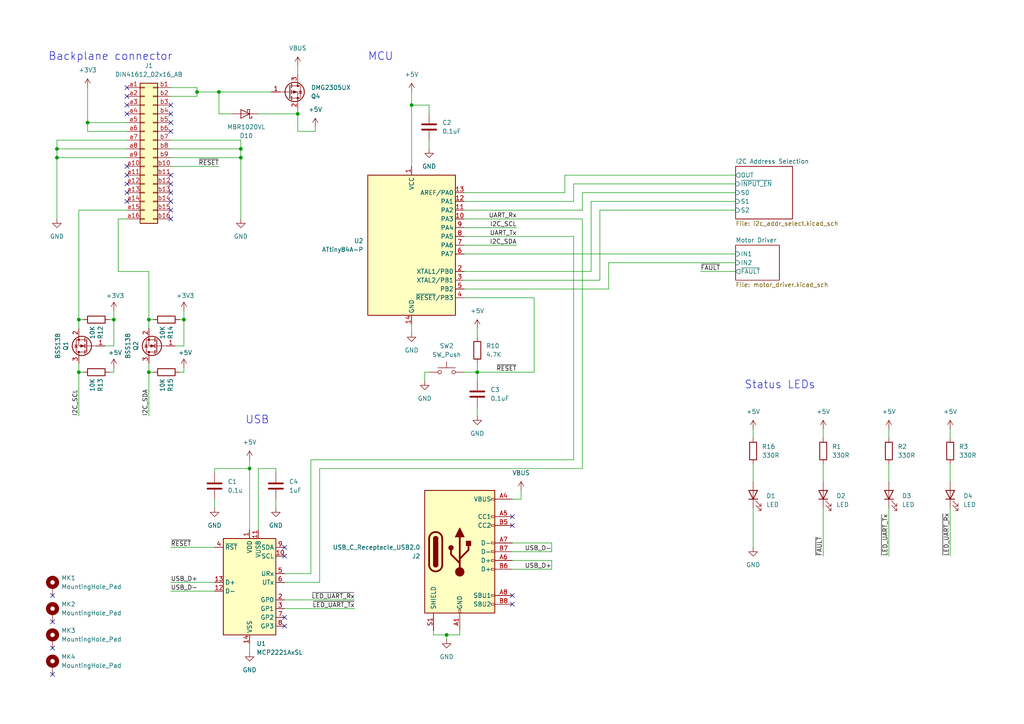
<source format=kicad_sch>
(kicad_sch (version 20211123) (generator eeschema)
  (paper "A4")
  (title_block (title "Speed controller") (date "2022-11-26") (rev "0.3") (company "Sidings Media") (comment 1 "Licence: CERN-OHL-P-2.0 or any later version"))
  (lib_symbols
    (symbol "Connector:DIN41612_02x16_AB" (pin_names (offset 1.016) hide)
      (property "Reference" "J" (at 1.27 20.32 0))
      (property "Value" "DIN41612_02x16_AB" (at 1.27 -22.86 0))
      (symbol "DIN41612_02x16_AB_1_1"
        (rectangle (start -1.27 -20.193) (end 0 -20.447) (stroke (width 0.1524)))
        (rectangle (start -1.27 -17.653) (end 0 -17.907) (stroke (width 0.1524)))
        (rectangle (start -1.27 -15.113) (end 0 -15.367) (stroke (width 0.1524)))
        (rectangle (start -1.27 -12.573) (end 0 -12.827) (stroke (width 0.1524)))
        (rectangle (start -1.27 -10.033) (end 0 -10.287) (stroke (width 0.1524)))
        (rectangle (start -1.27 -7.493) (end 0 -7.747) (stroke (width 0.1524)))
        (rectangle (start -1.27 -4.953) (end 0 -5.207) (stroke (width 0.1524)))
        (rectangle (start -1.27 -2.413) (end 0 -2.667) (stroke (width 0.1524)))
        (rectangle (start -1.27 0.127) (end 0 -0.127) (stroke (width 0.1524)))
        (rectangle (start -1.27 2.667) (end 0 2.413) (stroke (width 0.1524)))
        (rectangle (start -1.27 5.207) (end 0 4.953) (stroke (width 0.1524)))
        (rectangle (start -1.27 7.747) (end 0 7.493) (stroke (width 0.1524)))
        (rectangle (start -1.27 10.287) (end 0 10.033) (stroke (width 0.1524)))
        (rectangle (start -1.27 12.827) (end 0 12.573) (stroke (width 0.1524)))
        (rectangle (start -1.27 15.367) (end 0 15.113) (stroke (width 0.1524)))
        (rectangle (start -1.27 17.907) (end 0 17.653) (stroke (width 0.1524)))
        (rectangle (start -1.27 19.05) (end 3.81 -21.59) (stroke (width 0.254)) (fill (type background)))
        (rectangle (start 3.81 -20.193) (end 2.54 -20.447) (stroke (width 0.1524)))
        (rectangle (start 3.81 -17.653) (end 2.54 -17.907) (stroke (width 0.1524)))
        (rectangle (start 3.81 -15.113) (end 2.54 -15.367) (stroke (width 0.1524)))
        (rectangle (start 3.81 -12.573) (end 2.54 -12.827) (stroke (width 0.1524)))
        (rectangle (start 3.81 -10.033) (end 2.54 -10.287) (stroke (width 0.1524)))
        (rectangle (start 3.81 -7.493) (end 2.54 -7.747) (stroke (width 0.1524)))
        (rectangle (start 3.81 -4.953) (end 2.54 -5.207) (stroke (width 0.1524)))
        (rectangle (start 3.81 -2.413) (end 2.54 -2.667) (stroke (width 0.1524)))
        (rectangle (start 3.81 0.127) (end 2.54 -0.127) (stroke (width 0.1524)))
        (rectangle (start 3.81 2.667) (end 2.54 2.413) (stroke (width 0.1524)))
        (rectangle (start 3.81 5.207) (end 2.54 4.953) (stroke (width 0.1524)))
        (rectangle (start 3.81 7.747) (end 2.54 7.493) (stroke (width 0.1524)))
        (rectangle (start 3.81 10.287) (end 2.54 10.033) (stroke (width 0.1524)))
        (rectangle (start 3.81 12.827) (end 2.54 12.573) (stroke (width 0.1524)))
        (rectangle (start 3.81 15.367) (end 2.54 15.113) (stroke (width 0.1524)))
        (rectangle (start 3.81 17.907) (end 2.54 17.653) (stroke (width 0.1524)))
        (pin passive line (at -5.08 17.78 0) (length 3.81) (name "Pin_a1") (number "a1"))
        (pin passive line (at -5.08 -5.08 0) (length 3.81) (name "Pin_a10") (number "a10"))
        (pin passive line (at -5.08 -7.62 0) (length 3.81) (name "Pin_a11") (number "a11"))
        (pin passive line (at -5.08 -10.16 0) (length 3.81) (name "Pin_a12") (number "a12"))
        (pin passive line (at -5.08 -12.7 0) (length 3.81) (name "Pin_a13") (number "a13"))
        (pin passive line (at -5.08 -15.24 0) (length 3.81) (name "Pin_a14") (number "a14"))
        (pin passive line (at -5.08 -17.78 0) (length 3.81) (name "Pin_a15") (number "a15"))
        (pin passive line (at -5.08 -20.32 0) (length 3.81) (name "Pin_a16") (number "a16"))
        (pin passive line (at -5.08 15.24 0) (length 3.81) (name "Pin_a2") (number "a2"))
        (pin passive line (at -5.08 12.7 0) (length 3.81) (name "Pin_a3") (number "a3"))
        (pin passive line (at -5.08 10.16 0) (length 3.81) (name "Pin_a4") (number "a4"))
        (pin passive line (at -5.08 7.62 0) (length 3.81) (name "Pin_a5") (number "a5"))
        (pin passive line (at -5.08 5.08 0) (length 3.81) (name "Pin_a6") (number "a6"))
        (pin passive line (at -5.08 2.54 0) (length 3.81) (name "Pin_a7") (number "a7"))
        (pin passive line (at -5.08 0 0) (length 3.81) (name "Pin_a8") (number "a8"))
        (pin passive line (at -5.08 -2.54 0) (length 3.81) (name "Pin_a9") (number "a9"))
        (pin passive line (at 7.62 17.78 180) (length 3.81) (name "Pin_b1") (number "b1"))
        (pin passive line (at 7.62 -5.08 180) (length 3.81) (name "Pin_b10") (number "b10"))
        (pin passive line (at 7.62 -7.62 180) (length 3.81) (name "Pin_b11") (number "b11"))
        (pin passive line (at 7.62 -10.16 180) (length 3.81) (name "Pin_b12") (number "b12"))
        (pin passive line (at 7.62 -12.7 180) (length 3.81) (name "Pin_b13") (number "b13"))
        (pin passive line (at 7.62 -15.24 180) (length 3.81) (name "Pin_b14") (number "b14"))
        (pin passive line (at 7.62 -17.78 180) (length 3.81) (name "Pin_b15") (number "b15"))
        (pin passive line (at 7.62 -20.32 180) (length 3.81) (name "Pin_b16") (number "b16"))
        (pin passive line (at 7.62 15.24 180) (length 3.81) (name "Pin_b2") (number "b2"))
        (pin passive line (at 7.62 12.7 180) (length 3.81) (name "Pin_b3") (number "b3"))
        (pin passive line (at 7.62 10.16 180) (length 3.81) (name "Pin_b4") (number "b4"))
        (pin passive line (at 7.62 7.62 180) (length 3.81) (name "Pin_b5") (number "b5"))
        (pin passive line (at 7.62 5.08 180) (length 3.81) (name "Pin_b6") (number "b6"))
        (pin passive line (at 7.62 2.54 180) (length 3.81) (name "Pin_b7") (number "b7"))
        (pin passive line (at 7.62 0 180) (length 3.81) (name "Pin_b8") (number "b8"))
        (pin passive line (at 7.62 -2.54 180) (length 3.81) (name "Pin_b9") (number "b9"))
      )
    )
    (symbol "Connector:USB_C_Receptacle_USB2.0" (pin_names (offset 1.016))
      (property "Reference" "J" (at -10.16 19.05 0))
      (property "Value" "USB_C_Receptacle_USB2.0" (at 19.05 19.05 0))
      (symbol "USB_C_Receptacle_USB2.0_0_0"
        (rectangle (start -0.254 -17.78) (end 0.254 -16.764))
        (rectangle (start 10.16 -14.986) (end 9.144 -15.494))
        (rectangle (start 10.16 -12.446) (end 9.144 -12.954))
        (rectangle (start 10.16 -4.826) (end 9.144 -5.334))
        (rectangle (start 10.16 -2.286) (end 9.144 -2.794))
        (rectangle (start 10.16 0.254) (end 9.144 -0.254))
        (rectangle (start 10.16 2.794) (end 9.144 2.286))
        (rectangle (start 10.16 7.874) (end 9.144 7.366))
        (rectangle (start 10.16 10.414) (end 9.144 9.906))
        (rectangle (start 10.16 15.494) (end 9.144 14.986))
      )
      (symbol "USB_C_Receptacle_USB2.0_0_1"
        (rectangle (start -10.16 17.78) (end 10.16 -17.78) (stroke (width 0.254)) (fill (type background)))
        (arc (start -8.89 -3.81) (mid -6.985 -5.715) (end -5.08 -3.81) (stroke (width 0.508)))
        (arc (start -7.62 -3.81) (mid -6.985 -4.445) (end -6.35 -3.81) (stroke (width 0.254)))
        (arc (start -7.62 -3.81) (mid -6.985 -4.445) (end -6.35 -3.81) (stroke (width 0.254)) (fill (type outline)))
        (rectangle (start -7.62 -3.81) (end -6.35 3.81) (stroke (width 0.254)) (fill (type outline)))
        (arc (start -6.35 3.81) (mid -6.985 4.445) (end -7.62 3.81) (stroke (width 0.254)))
        (arc (start -6.35 3.81) (mid -6.985 4.445) (end -7.62 3.81) (stroke (width 0.254)) (fill (type outline)))
        (arc (start -5.08 3.81) (mid -6.985 5.715) (end -8.89 3.81) (stroke (width 0.508)))
        (circle (center -2.54 1.143) (radius 0.635) (stroke (width 0.254)) (fill (type outline)))
        (circle (center 0 -5.842) (radius 1.27) (fill (type outline)))
        (polyline (pts (xy -8.89 -3.81) (xy -8.89 3.81)) (stroke (width 0.508)))
        (polyline (pts (xy -5.08 3.81) (xy -5.08 -3.81)) (stroke (width 0.508)))
        (polyline (pts (xy 0 -5.842) (xy 0 4.318)) (stroke (width 0.508)))
        (polyline (pts (xy 0 -3.302) (xy -2.54 -0.762) (xy -2.54 0.508)) (stroke (width 0.508)))
        (polyline (pts (xy 0 -2.032) (xy 2.54 0.508) (xy 2.54 1.778)) (stroke (width 0.508)))
        (polyline (pts (xy -1.27 4.318) (xy 0 6.858) (xy 1.27 4.318) (xy -1.27 4.318)) (stroke (width 0.254)) (fill (type outline)))
        (rectangle (start 1.905 1.778) (end 3.175 3.048) (stroke (width 0.254)) (fill (type outline)))
      )
      (symbol "USB_C_Receptacle_USB2.0_1_1"
        (pin passive line (at 0 -22.86 90) (length 5.08) (name "GND") (number "A1"))
        (pin passive line (at 0 -22.86 90) (length 5.08) hide (name "GND") (number "A12"))
        (pin passive line (at 15.24 15.24 180) (length 5.08) (name "VBUS") (number "A4"))
        (pin bidirectional line (at 15.24 10.16 180) (length 5.08) (name "CC1") (number "A5"))
        (pin bidirectional line (at 15.24 -2.54 180) (length 5.08) (name "D+") (number "A6"))
        (pin bidirectional line (at 15.24 2.54 180) (length 5.08) (name "D-") (number "A7"))
        (pin bidirectional line (at 15.24 -12.7 180) (length 5.08) (name "SBU1") (number "A8"))
        (pin passive line (at 15.24 15.24 180) (length 5.08) hide (name "VBUS") (number "A9"))
        (pin passive line (at 0 -22.86 90) (length 5.08) hide (name "GND") (number "B1"))
        (pin passive line (at 0 -22.86 90) (length 5.08) hide (name "GND") (number "B12"))
        (pin passive line (at 15.24 15.24 180) (length 5.08) hide (name "VBUS") (number "B4"))
        (pin bidirectional line (at 15.24 7.62 180) (length 5.08) (name "CC2") (number "B5"))
        (pin bidirectional line (at 15.24 -5.08 180) (length 5.08) (name "D+") (number "B6"))
        (pin bidirectional line (at 15.24 0 180) (length 5.08) (name "D-") (number "B7"))
        (pin bidirectional line (at 15.24 -15.24 180) (length 5.08) (name "SBU2") (number "B8"))
        (pin passive line (at 15.24 15.24 180) (length 5.08) hide (name "VBUS") (number "B9"))
        (pin passive line (at -7.62 -22.86 90) (length 5.08) (name "SHIELD") (number "S1"))
      )
    )
    (symbol "Device:C" (pin_numbers hide) (pin_names (offset 0.254))
      (property "Reference" "C" (at 0.635 2.54 0))
      (property "Value" "C" (at 0.635 -2.54 0))
      (symbol "C_0_1"
        (polyline (pts (xy -2.032 -0.762) (xy 2.032 -0.762)) (stroke (width 0.508)))
        (polyline (pts (xy -2.032 0.762) (xy 2.032 0.762)) (stroke (width 0.508)))
      )
      (symbol "C_1_1"
        (pin passive line (at 0 3.81 270) (length 2.794) (name "~") (number "1"))
        (pin passive line (at 0 -3.81 90) (length 2.794) (name "~") (number "2"))
      )
    )
    (symbol "Device:LED" (pin_numbers hide) (pin_names (offset 1.016) hide)
      (property "Reference" "D" (at 0 2.54 0))
      (property "Value" "LED" (at 0 -2.54 0))
      (symbol "LED_0_1"
        (polyline (pts (xy -1.27 -1.27) (xy -1.27 1.27)) (stroke (width 0.254)))
        (polyline (pts (xy -1.27 0) (xy 1.27 0)))
        (polyline (pts (xy 1.27 -1.27) (xy 1.27 1.27) (xy -1.27 0) (xy 1.27 -1.27)) (stroke (width 0.254)))
        (polyline (pts (xy -3.048 -0.762) (xy -4.572 -2.286) (xy -3.81 -2.286) (xy -4.572 -2.286) (xy -4.572 -1.524)))
        (polyline (pts (xy -1.778 -0.762) (xy -3.302 -2.286) (xy -2.54 -2.286) (xy -3.302 -2.286) (xy -3.302 -1.524)))
      )
      (symbol "LED_1_1"
        (pin passive line (at -3.81 0 0) (length 2.54) (name "K") (number "1"))
        (pin passive line (at 3.81 0 180) (length 2.54) (name "A") (number "2"))
      )
    )
    (symbol "Device:R" (pin_numbers hide) (pin_names (offset 0))
      (property "Reference" "R" (at 2.032 0 90))
      (property "Value" "R" (at 0 0 90))
      (symbol "R_0_1"
        (rectangle (start -1.016 -2.54) (end 1.016 2.54) (stroke (width 0.254)))
      )
      (symbol "R_1_1"
        (pin passive line (at 0 3.81 270) (length 1.27) (name "~") (number "1"))
        (pin passive line (at 0 -3.81 90) (length 1.27) (name "~") (number "2"))
      )
    )
    (symbol "Diode:MBR1020VL" (pin_numbers hide) (pin_names hide)
      (property "Reference" "D" (at 0 2.54 0))
      (property "Value" "MBR1020VL" (at 0 -2.54 0))
      (symbol "MBR1020VL_0_1"
        (polyline (pts (xy 1.27 0) (xy -1.27 0)))
        (polyline (pts (xy 1.27 1.27) (xy 1.27 -1.27) (xy -1.27 0) (xy 1.27 1.27)) (stroke (width 0.2032)))
        (polyline (pts (xy -1.905 0.635) (xy -1.905 1.27) (xy -1.27 1.27) (xy -1.27 -1.27) (xy -0.635 -1.27) (xy -0.635 -0.635)) (stroke (width 0.2032)))
      )
      (symbol "MBR1020VL_1_1"
        (pin passive line (at -3.81 0 0) (length 2.54) (name "K") (number "1"))
        (pin passive line (at 3.81 0 180) (length 2.54) (name "A") (number "2"))
      )
    )
    (symbol "Interface_USB:MCP2221AxSL"
      (property "Reference" "U" (at -7.62 16.51 0))
      (property "Value" "MCP2221AxSL" (at 12.7 16.51 0))
      (symbol "MCP2221AxSL_0_1"
        (rectangle (start -7.62 15.24) (end 7.62 -12.7) (stroke (width 0.254)) (fill (type background)))
      )
      (symbol "MCP2221AxSL_1_1"
        (pin power_in line (at 0 17.78 270) (length 2.54) (name "VDD") (number "1"))
        (pin bidirectional line (at 10.16 10.16 180) (length 2.54) (name "SCL") (number "10"))
        (pin passive line (at 2.54 17.78 270) (length 2.54) (name "VUSB") (number "11"))
        (pin bidirectional line (at -10.16 0 0) (length 2.54) (name "D-") (number "12"))
        (pin bidirectional line (at -10.16 2.54 0) (length 2.54) (name "D+") (number "13"))
        (pin power_in line (at 0 -15.24 90) (length 2.54) (name "VSS") (number "14"))
        (pin bidirectional line (at 10.16 -2.54 180) (length 2.54) (name "GP0") (number "2"))
        (pin bidirectional line (at 10.16 -5.08 180) (length 2.54) (name "GP1") (number "3"))
        (pin input line (at -10.16 12.7 0) (length 2.54) (name "~{RST}") (number "4"))
        (pin input line (at 10.16 5.08 180) (length 2.54) (name "URx") (number "5"))
        (pin output line (at 10.16 2.54 180) (length 2.54) (name "UTx") (number "6"))
        (pin bidirectional line (at 10.16 -7.62 180) (length 2.54) (name "GP2") (number "7"))
        (pin bidirectional line (at 10.16 -10.16 180) (length 2.54) (name "GP3") (number "8"))
        (pin bidirectional line (at 10.16 12.7 180) (length 2.54) (name "SDA") (number "9"))
      )
    )
    (symbol "MCU_Microchip_ATtiny:ATtiny84A-P"
      (property "Reference" "U" (at -12.7 21.59 0))
      (property "Value" "ATtiny84A-P" (at 2.54 -21.59 0))
      (symbol "ATtiny84A-P_0_1"
        (rectangle (start -12.7 -20.32) (end 12.7 20.32) (stroke (width 0.254)) (fill (type background)))
      )
      (symbol "ATtiny84A-P_1_1"
        (pin power_in line (at 0 22.86 270) (length 2.54) (name "VCC") (number "1"))
        (pin bidirectional line (at 15.24 7.62 180) (length 2.54) (name "PA3") (number "10"))
        (pin bidirectional line (at 15.24 10.16 180) (length 2.54) (name "PA2") (number "11"))
        (pin bidirectional line (at 15.24 12.7 180) (length 2.54) (name "PA1") (number "12"))
        (pin bidirectional line (at 15.24 15.24 180) (length 2.54) (name "AREF/PA0") (number "13"))
        (pin power_in line (at 0 -22.86 90) (length 2.54) (name "GND") (number "14"))
        (pin bidirectional line (at 15.24 -7.62 180) (length 2.54) (name "XTAL1/PB0") (number "2"))
        (pin bidirectional line (at 15.24 -10.16 180) (length 2.54) (name "XTAL2/PB1") (number "3"))
        (pin bidirectional line (at 15.24 -15.24 180) (length 2.54) (name "~{RESET}/PB3") (number "4"))
        (pin bidirectional line (at 15.24 -12.7 180) (length 2.54) (name "PB2") (number "5"))
        (pin bidirectional line (at 15.24 -2.54 180) (length 2.54) (name "PA7") (number "6"))
        (pin bidirectional line (at 15.24 0 180) (length 2.54) (name "PA6") (number "7"))
        (pin bidirectional line (at 15.24 2.54 180) (length 2.54) (name "PA5") (number "8"))
        (pin bidirectional line (at 15.24 5.08 180) (length 2.54) (name "PA4") (number "9"))
      )
    )
    (symbol "Mechanical:MountingHole_Pad" (pin_numbers hide) (pin_names (offset 1.016) hide)
      (property "Reference" "H" (at 0 6.35 0))
      (property "Value" "MountingHole_Pad" (at 0 4.445 0))
      (symbol "MountingHole_Pad_0_1"
        (circle (center 0 1.27) (radius 1.27) (stroke (width 1.27)))
      )
      (symbol "MountingHole_Pad_1_1"
        (pin input line (at 0 -2.54 90) (length 2.54) (name "1") (number "1"))
      )
    )
    (symbol "Switch:SW_Push" (pin_numbers hide) (pin_names (offset 1.016) hide)
      (property "Reference" "SW" (at 1.27 2.54 0))
      (property "Value" "SW_Push" (at 0 -1.524 0))
      (symbol "SW_Push_0_1"
        (circle (center -2.032 0) (radius 0.508))
        (polyline (pts (xy 0 1.27) (xy 0 3.048)))
        (polyline (pts (xy 2.54 1.27) (xy -2.54 1.27)))
        (circle (center 2.032 0) (radius 0.508))
        (pin passive line (at -5.08 0 0) (length 2.54) (name "1") (number "1"))
        (pin passive line (at 5.08 0 180) (length 2.54) (name "2") (number "2"))
      )
    )
    (symbol "Transistor_FET:BSS138" (pin_names hide)
      (property "Reference" "Q" (at 5.08 1.905 0))
      (property "Value" "BSS138" (at 5.08 0 0))
      (symbol "BSS138_0_1"
        (polyline (pts (xy 0.254 0) (xy -2.54 0)))
        (polyline (pts (xy 0.254 1.905) (xy 0.254 -1.905)) (stroke (width 0.254)))
        (polyline (pts (xy 0.762 -1.27) (xy 0.762 -2.286)) (stroke (width 0.254)))
        (polyline (pts (xy 0.762 0.508) (xy 0.762 -0.508)) (stroke (width 0.254)))
        (polyline (pts (xy 0.762 2.286) (xy 0.762 1.27)) (stroke (width 0.254)))
        (polyline (pts (xy 2.54 2.54) (xy 2.54 1.778)))
        (polyline (pts (xy 2.54 -2.54) (xy 2.54 0) (xy 0.762 0)))
        (polyline (pts (xy 0.762 -1.778) (xy 3.302 -1.778) (xy 3.302 1.778) (xy 0.762 1.778)))
        (polyline (pts (xy 1.016 0) (xy 2.032 0.381) (xy 2.032 -0.381) (xy 1.016 0)) (fill (type outline)))
        (polyline (pts (xy 2.794 0.508) (xy 2.921 0.381) (xy 3.683 0.381) (xy 3.81 0.254)))
        (polyline (pts (xy 3.302 0.381) (xy 2.921 -0.254) (xy 3.683 -0.254) (xy 3.302 0.381)))
        (circle (center 1.651 0) (radius 2.794) (stroke (width 0.254)))
        (circle (center 2.54 -1.778) (radius 0.254) (fill (type outline)))
        (circle (center 2.54 1.778) (radius 0.254) (fill (type outline)))
      )
      (symbol "BSS138_1_1"
        (pin input line (at -5.08 0 0) (length 2.54) (name "G") (number "1"))
        (pin passive line (at 2.54 -5.08 90) (length 2.54) (name "S") (number "2"))
        (pin passive line (at 2.54 5.08 270) (length 2.54) (name "D") (number "3"))
      )
    )
    (symbol "Transistor_FET:DMG2301L" (pin_names hide)
      (property "Reference" "Q" (at 5.08 1.905 0))
      (property "Value" "DMG2301L" (at 5.08 0 0))
      (symbol "DMG2301L_0_1"
        (polyline (pts (xy 0.254 0) (xy -2.54 0)))
        (polyline (pts (xy 0.254 1.905) (xy 0.254 -1.905)) (stroke (width 0.254)))
        (polyline (pts (xy 0.762 -1.27) (xy 0.762 -2.286)) (stroke (width 0.254)))
        (polyline (pts (xy 0.762 0.508) (xy 0.762 -0.508)) (stroke (width 0.254)))
        (polyline (pts (xy 0.762 2.286) (xy 0.762 1.27)) (stroke (width 0.254)))
        (polyline (pts (xy 2.54 2.54) (xy 2.54 1.778)))
        (polyline (pts (xy 2.54 -2.54) (xy 2.54 0) (xy 0.762 0)))
        (polyline (pts (xy 0.762 1.778) (xy 3.302 1.778) (xy 3.302 -1.778) (xy 0.762 -1.778)))
        (polyline (pts (xy 2.286 0) (xy 1.27 0.381) (xy 1.27 -0.381) (xy 2.286 0)) (fill (type outline)))
        (polyline (pts (xy 2.794 -0.508) (xy 2.921 -0.381) (xy 3.683 -0.381) (xy 3.81 -0.254)))
        (polyline (pts (xy 3.302 -0.381) (xy 2.921 0.254) (xy 3.683 0.254) (xy 3.302 -0.381)))
        (circle (center 1.651 0) (radius 2.794) (stroke (width 0.254)))
        (circle (center 2.54 -1.778) (radius 0.254) (fill (type outline)))
        (circle (center 2.54 1.778) (radius 0.254) (fill (type outline)))
      )
      (symbol "DMG2301L_1_1"
        (pin input line (at -5.08 0 0) (length 2.54) (name "G") (number "1"))
        (pin passive line (at 2.54 -5.08 90) (length 2.54) (name "S") (number "2"))
        (pin passive line (at 2.54 5.08 270) (length 2.54) (name "D") (number "3"))
      )
    )
    (symbol "power:+3V3" (power) (pin_names (offset 0))
      (property "Value" "+3V3" (at 0 3.556 0))
      (symbol "+3V3_0_1"
        (polyline (pts (xy -0.762 1.27) (xy 0 2.54)))
        (polyline (pts (xy 0 0) (xy 0 2.54)))
        (polyline (pts (xy 0 2.54) (xy 0.762 1.27)))
      )
      (symbol "+3V3_1_1"
        (pin power_in line (at 0 0 90) (length 0) hide (name "+3V3") (number "1"))
      )
    )
    (symbol "power:+5V" (power) (pin_names (offset 0))
      (property "Value" "+5V" (at 0 3.556 0))
      (symbol "+5V_0_1"
        (polyline (pts (xy -0.762 1.27) (xy 0 2.54)))
        (polyline (pts (xy 0 0) (xy 0 2.54)))
        (polyline (pts (xy 0 2.54) (xy 0.762 1.27)))
      )
      (symbol "+5V_1_1"
        (pin power_in line (at 0 0 90) (length 0) hide (name "+5V") (number "1"))
      )
    )
    (symbol "power:GND" (power) (pin_names (offset 0))
      (property "Value" "GND" (at 0 -3.81 0))
      (symbol "GND_0_1"
        (polyline (pts (xy 0 0) (xy 0 -1.27) (xy 1.27 -1.27) (xy 0 -2.54) (xy -1.27 -1.27) (xy 0 -1.27)))
      )
      (symbol "GND_1_1"
        (pin power_in line (at 0 0 270) (length 0) hide (name "GND") (number "1"))
      )
    )
    (symbol "power:VBUS" (power) (pin_names (offset 0))
      (property "Value" "VBUS" (at 0 3.81 0))
      (symbol "VBUS_0_1"
        (polyline (pts (xy -0.762 1.27) (xy 0 2.54)))
        (polyline (pts (xy 0 0) (xy 0 2.54)))
        (polyline (pts (xy 0 2.54) (xy 0.762 1.27)))
      )
      (symbol "VBUS_1_1"
        (pin power_in line (at 0 0 90) (length 0) hide (name "VBUS") (number "1"))
      )
    )
  )
  (junction (at 86.36 33.02))
  (junction (at 53.34 92.71))
  (junction (at 138.43 107.95))
  (junction (at 129.54 184.15))
  (junction (at 16.51 43.18))
  (junction (at 57.15 26.67))
  (junction (at 69.85 45.72))
  (junction (at 22.86 107.95))
  (junction (at 43.18 92.71))
  (junction (at 43.18 107.95))
  (junction (at 33.02 92.71))
  (junction (at 63.5 26.67))
  (junction (at 119.38 30.48))
  (junction (at 69.85 43.18))
  (junction (at 25.4 35.56))
  (junction (at 22.86 92.71))
  (junction (at 16.51 45.72))
  (junction (at 72.39 135.89))
  (no_connect (at 36.83 27.94))
  (no_connect (at 36.83 30.48))
  (no_connect (at 36.83 33.02))
  (no_connect (at 49.53 53.34))
  (no_connect (at 49.53 55.88))
  (no_connect (at 49.53 58.42))
  (no_connect (at 49.53 60.96))
  (no_connect (at 49.53 63.5))
  (no_connect (at 49.53 50.8))
  (no_connect (at 36.83 58.42))
  (no_connect (at 36.83 55.88))
  (no_connect (at 36.83 53.34))
  (no_connect (at 36.83 50.8))
  (no_connect (at 36.83 48.26))
  (no_connect (at 148.59 172.72))
  (no_connect (at 82.55 181.61))
  (no_connect (at 82.55 158.75))
  (no_connect (at 49.53 38.1))
  (no_connect (at 49.53 35.56))
  (no_connect (at 49.53 33.02))
  (no_connect (at 49.53 30.48))
  (no_connect (at 36.83 25.4))
  (no_connect (at 148.59 149.86))
  (no_connect (at 148.59 175.26))
  (no_connect (at 82.55 179.07))
  (no_connect (at 15.24 180.34))
  (no_connect (at 15.24 172.72))
  (no_connect (at 15.24 195.58))
  (no_connect (at 15.24 187.96))
  (no_connect (at 82.55 161.29))
  (no_connect (at 148.59 152.4))
  (wire (pts (xy 91.44 36.83) (xy 91.44 38.1)))
  (wire (pts (xy 123.19 110.49) (xy 123.19 107.95)))
  (wire (pts (xy 148.59 162.56) (xy 160.02 162.56)))
  (wire (pts (xy 16.51 45.72) (xy 36.83 45.72)))
  (wire (pts (xy 171.45 58.42) (xy 213.36 58.42)))
  (wire (pts (xy 166.37 53.34) (xy 213.36 53.34)))
  (wire (pts (xy 49.53 45.72) (xy 69.85 45.72)))
  (wire (pts (xy 49.53 27.94) (xy 57.15 27.94)))
  (wire (pts (xy 22.86 120.65) (xy 22.86 107.95)))
  (wire (pts (xy 72.39 135.89) (xy 72.39 153.67)))
  (wire (pts (xy 16.51 43.18) (xy 16.51 40.64)))
  (wire (pts (xy 22.86 60.96) (xy 36.83 60.96)))
  (wire (pts (xy 34.29 78.74) (xy 34.29 63.5)))
  (wire (pts (xy 134.62 55.88) (xy 163.83 55.88)))
  (wire (pts (xy 80.01 144.78) (xy 80.01 147.32)))
  (wire (pts (xy 138.43 107.95) (xy 138.43 110.49)))
  (wire (pts (xy 124.46 40.64) (xy 124.46 43.18)))
  (wire (pts (xy 134.62 83.82) (xy 176.53 83.82)))
  (wire (pts (xy 33.02 107.95) (xy 31.75 107.95)))
  (wire (pts (xy 90.17 133.35) (xy 166.37 133.35)))
  (wire (pts (xy 80.01 135.89) (xy 80.01 137.16)))
  (wire (pts (xy 62.23 135.89) (xy 72.39 135.89)))
  (wire (pts (xy 49.53 25.4) (xy 57.15 25.4)))
  (wire (pts (xy 166.37 58.42) (xy 166.37 53.34)))
  (wire (pts (xy 16.51 43.18) (xy 36.83 43.18)))
  (wire (pts (xy 16.51 63.5) (xy 16.51 45.72)))
  (wire (pts (xy 62.23 144.78) (xy 62.23 147.32)))
  (wire (pts (xy 129.54 184.15) (xy 129.54 185.42)))
  (wire (pts (xy 49.53 171.45) (xy 62.23 171.45)))
  (wire (pts (xy 124.46 30.48) (xy 124.46 33.02)))
  (wire (pts (xy 138.43 118.11) (xy 138.43 120.65)))
  (wire (pts (xy 74.93 153.67) (xy 74.93 135.89)))
  (wire (pts (xy 173.99 60.96) (xy 213.36 60.96)))
  (wire (pts (xy 57.15 26.67) (xy 63.5 26.67)))
  (wire (pts (xy 25.4 35.56) (xy 36.83 35.56)))
  (wire (pts (xy 125.73 184.15) (xy 129.54 184.15)))
  (wire (pts (xy 134.62 107.95) (xy 138.43 107.95)))
  (wire (pts (xy 160.02 160.02) (xy 148.59 160.02)))
  (wire (pts (xy 82.55 176.53) (xy 102.87 176.53)))
  (wire (pts (xy 43.18 78.74) (xy 34.29 78.74)))
  (wire (pts (xy 119.38 93.98) (xy 119.38 96.52)))
  (wire (pts (xy 22.86 92.71) (xy 22.86 95.25)))
  (wire (pts (xy 134.62 58.42) (xy 166.37 58.42)))
  (wire (pts (xy 134.62 86.36) (xy 154.94 86.36)))
  (wire (pts (xy 43.18 120.65) (xy 43.18 107.95)))
  (wire (pts (xy 119.38 30.48) (xy 119.38 48.26)))
  (wire (pts (xy 151.13 142.24) (xy 151.13 144.78)))
  (wire (pts (xy 53.34 107.95) (xy 52.07 107.95)))
  (wire (pts (xy 33.02 100.33) (xy 33.02 92.71)))
  (wire (pts (xy 25.4 35.56) (xy 25.4 38.1)))
  (wire (pts (xy 257.81 134.62) (xy 257.81 139.7)))
  (wire (pts (xy 69.85 43.18) (xy 69.85 45.72)))
  (wire (pts (xy 176.53 76.2) (xy 176.53 83.82)))
  (wire (pts (xy 33.02 92.71) (xy 33.02 90.17)))
  (wire (pts (xy 74.93 135.89) (xy 80.01 135.89)))
  (wire (pts (xy 53.34 92.71) (xy 53.34 90.17)))
  (wire (pts (xy 151.13 144.78) (xy 148.59 144.78)))
  (wire (pts (xy 238.76 134.62) (xy 238.76 139.7)))
  (wire (pts (xy 176.53 76.2) (xy 213.36 76.2)))
  (wire (pts (xy 119.38 26.67) (xy 119.38 30.48)))
  (wire (pts (xy 22.86 107.95) (xy 24.13 107.95)))
  (wire (pts (xy 69.85 40.64) (xy 69.85 43.18)))
  (wire (pts (xy 16.51 45.72) (xy 16.51 43.18)))
  (wire (pts (xy 30.48 100.33) (xy 33.02 100.33)))
  (wire (pts (xy 49.53 43.18) (xy 69.85 43.18)))
  (wire (pts (xy 168.91 63.5) (xy 134.62 63.5)))
  (wire (pts (xy 275.59 124.46) (xy 275.59 127)))
  (wire (pts (xy 63.5 26.67) (xy 63.5 33.02)))
  (wire (pts (xy 238.76 147.32) (xy 238.76 161.29)))
  (wire (pts (xy 22.86 60.96) (xy 22.86 92.71)))
  (wire (pts (xy 92.71 135.89) (xy 168.91 135.89)))
  (wire (pts (xy 63.5 33.02) (xy 67.31 33.02)))
  (wire (pts (xy 43.18 92.71) (xy 43.18 95.25)))
  (wire (pts (xy 163.83 50.8) (xy 213.36 50.8)))
  (wire (pts (xy 168.91 135.89) (xy 168.91 63.5)))
  (wire (pts (xy 49.53 48.26) (xy 63.5 48.26)))
  (wire (pts (xy 22.86 105.41) (xy 22.86 107.95)))
  (wire (pts (xy 57.15 26.67) (xy 57.15 25.4)))
  (wire (pts (xy 134.62 73.66) (xy 213.36 73.66)))
  (wire (pts (xy 134.62 68.58) (xy 166.37 68.58)))
  (wire (pts (xy 16.51 40.64) (xy 36.83 40.64)))
  (wire (pts (xy 119.38 30.48) (xy 124.46 30.48)))
  (wire (pts (xy 257.81 147.32) (xy 257.81 161.29)))
  (wire (pts (xy 33.02 106.68) (xy 33.02 107.95)))
  (wire (pts (xy 171.45 78.74) (xy 171.45 58.42)))
  (wire (pts (xy 154.94 86.36) (xy 154.94 107.95)))
  (wire (pts (xy 166.37 133.35) (xy 166.37 68.58)))
  (wire (pts (xy 82.55 168.91) (xy 92.71 168.91)))
  (wire (pts (xy 125.73 182.88) (xy 125.73 184.15)))
  (wire (pts (xy 257.81 124.46) (xy 257.81 127)))
  (wire (pts (xy 62.23 137.16) (xy 62.23 135.89)))
  (wire (pts (xy 218.44 134.62) (xy 218.44 139.7)))
  (wire (pts (xy 160.02 162.56) (xy 160.02 165.1)))
  (wire (pts (xy 123.19 107.95) (xy 124.46 107.95)))
  (wire (pts (xy 53.34 106.68) (xy 53.34 107.95)))
  (wire (pts (xy 57.15 27.94) (xy 57.15 26.67)))
  (wire (pts (xy 148.59 157.48) (xy 160.02 157.48)))
  (wire (pts (xy 218.44 124.46) (xy 218.44 127)))
  (wire (pts (xy 53.34 100.33) (xy 53.34 92.71)))
  (wire (pts (xy 160.02 157.48) (xy 160.02 160.02)))
  (wire (pts (xy 49.53 168.91) (xy 62.23 168.91)))
  (wire (pts (xy 168.91 55.88) (xy 213.36 55.88)))
  (wire (pts (xy 86.36 33.02) (xy 86.36 31.75)))
  (wire (pts (xy 275.59 147.32) (xy 275.59 161.29)))
  (wire (pts (xy 168.91 60.96) (xy 168.91 55.88)))
  (wire (pts (xy 129.54 184.15) (xy 133.35 184.15)))
  (wire (pts (xy 163.83 55.88) (xy 163.83 50.8)))
  (wire (pts (xy 160.02 165.1) (xy 148.59 165.1)))
  (wire (pts (xy 134.62 78.74) (xy 171.45 78.74)))
  (wire (pts (xy 90.17 166.37) (xy 90.17 133.35)))
  (wire (pts (xy 43.18 105.41) (xy 43.18 107.95)))
  (wire (pts (xy 134.62 71.12) (xy 149.86 71.12)))
  (wire (pts (xy 238.76 124.46) (xy 238.76 127)))
  (wire (pts (xy 138.43 97.79) (xy 138.43 95.25)))
  (wire (pts (xy 25.4 25.4) (xy 25.4 35.56)))
  (wire (pts (xy 63.5 26.67) (xy 78.74 26.67)))
  (wire (pts (xy 203.2 78.74) (xy 213.36 78.74)))
  (wire (pts (xy 133.35 182.88) (xy 133.35 184.15)))
  (wire (pts (xy 86.36 38.1) (xy 86.36 33.02)))
  (wire (pts (xy 24.13 92.71) (xy 22.86 92.71)))
  (wire (pts (xy 34.29 63.5) (xy 36.83 63.5)))
  (wire (pts (xy 92.71 168.91) (xy 92.71 135.89)))
  (wire (pts (xy 138.43 105.41) (xy 138.43 107.95)))
  (wire (pts (xy 134.62 66.04) (xy 149.86 66.04)))
  (wire (pts (xy 72.39 135.89) (xy 72.39 133.35)))
  (wire (pts (xy 52.07 92.71) (xy 53.34 92.71)))
  (wire (pts (xy 86.36 19.05) (xy 86.36 21.59)))
  (wire (pts (xy 50.8 100.33) (xy 53.34 100.33)))
  (wire (pts (xy 138.43 107.95) (xy 154.94 107.95)))
  (wire (pts (xy 25.4 38.1) (xy 36.83 38.1)))
  (wire (pts (xy 31.75 92.71) (xy 33.02 92.71)))
  (wire (pts (xy 275.59 134.62) (xy 275.59 139.7)))
  (wire (pts (xy 134.62 60.96) (xy 168.91 60.96)))
  (wire (pts (xy 44.45 92.71) (xy 43.18 92.71)))
  (wire (pts (xy 43.18 107.95) (xy 44.45 107.95)))
  (wire (pts (xy 49.53 40.64) (xy 69.85 40.64)))
  (wire (pts (xy 82.55 166.37) (xy 90.17 166.37)))
  (wire (pts (xy 134.62 81.28) (xy 173.99 81.28)))
  (wire (pts (xy 82.55 173.99) (xy 102.87 173.99)))
  (wire (pts (xy 74.93 33.02) (xy 86.36 33.02)))
  (wire (pts (xy 72.39 186.69) (xy 72.39 189.23)))
  (wire (pts (xy 173.99 81.28) (xy 173.99 60.96)))
  (wire (pts (xy 43.18 78.74) (xy 43.18 92.71)))
  (wire (pts (xy 218.44 147.32) (xy 218.44 158.75)))
  (wire (pts (xy 69.85 45.72) (xy 69.85 63.5)))
  (wire (pts (xy 91.44 38.1) (xy 86.36 38.1)))
  (wire (pts (xy 49.53 158.75) (xy 62.23 158.75)))
  (text "MCU" (at 106.68 17.78 0) (effects (font (size 2.27 2.27)) (justify left bottom)))
  (text "Backplane connector" (at 13.97 17.78 0) (effects (font (size 2.27 2.27)) (justify left bottom)))
  (text "Status LEDs" (at 215.9 113.03 0) (effects (font (size 2.27 2.27)) (justify left bottom)))
  (text "USB" (at 71.12 123.19 0) (effects (font (size 2.27 2.27)) (justify left bottom)))
  (label "I2C_SDA" (at 43.18 120.65 90))
  (label "~{FAULT}" (at 238.76 161.29 90))
  (label "I2C_SCL" (at 22.86 120.65 90))
  (label "I2C_SCL" (at 149.86 66.04 180))
  (label "I2C_SDA" (at 149.86 71.12 180))
  (label "USB_D+" (at 160.02 165.1 180))
  (label "~{RESET}" (at 63.5 48.26 180))
  (label "~{LED_UART_Tx}" (at 102.87 176.53 180))
  (label "UART_Tx" (at 149.86 68.58 180))
  (label "USB_D-" (at 160.02 160.02 180))
  (label "~{LED_UART_Rx}" (at 102.87 173.99 180))
  (label "~{LED_UART_Tx}" (at 257.81 161.29 90))
  (label "USB_D-" (at 49.53 171.45 0))
  (label "USB_D+" (at 49.53 168.91 0))
  (label "~{FAULT}" (at 203.2 78.74 0))
  (label "~{RESET}" (at 149.86 107.95 180))
  (label "UART_Rx" (at 149.86 63.5 180))
  (label "~{LED_UART_Rx}" (at 275.59 161.29 90))
  (label "~{RESET}" (at 49.53 158.75 0))
  (symbol (lib_id "power:+3V3") (at 53.34 90.17 0) (unit 1)
    (property "Reference" "#PWR05" (effects hide))
    (property "Value" "+3V3" (at 53.721 85.7758 0))
  )
  (symbol (lib_id "power:GND") (at 124.46 43.18 0) (unit 1)
    (property "Reference" "#PWR016" (effects hide))
    (property "Value" "GND" (at 124.46 48.26 0))
  )
  (symbol (lib_id "power:+5V") (at 91.44 36.83 0) (unit 1)
    (property "Reference" "#PWR035" (effects hide))
    (property "Value" "+5V" (at 91.44 31.75 0))
  )
  (symbol (lib_id "Mechanical:MountingHole_Pad") (at 15.24 193.04 0) (unit 1)
    (property "Reference" "MK4" (at 17.78 190.4999 0) (effects (justify left)))
    (property "Value" "MountingHole_Pad" (at 17.78 193.0399 0) (effects (justify left)))
    (property "Footprint" "MountingHole:MountingHole_2.7mm" (effects hide))
  )
  (symbol (lib_id "power:GND") (at 72.39 189.23 0) (unit 1)
    (property "Reference" "#PWR011" (effects hide))
    (property "Value" "GND" (at 72.39 194.31 0))
  )
  (symbol (lib_id "Device:LED") (at 218.44 143.51 90) (unit 1)
    (property "Reference" "D1" (at 222.25 143.8274 90) (effects (justify right)))
    (property "Value" "LED" (at 222.25 146.3674 90) (effects (justify right)))
    (property "Footprint" "Capacitor_SMD:C_0402_1005Metric_Pad0.74x0.62mm_HandSolder" (effects hide))
  )
  (symbol (lib_id "Device:LED") (at 257.81 143.51 90) (unit 1)
    (property "Reference" "D3" (at 261.62 143.8274 90) (effects (justify right)))
    (property "Value" "LED" (at 261.62 146.3674 90) (effects (justify right)))
    (property "Footprint" "Capacitor_SMD:C_0402_1005Metric_Pad0.74x0.62mm_HandSolder" (effects hide))
  )
  (symbol (lib_id "power:+5V") (at 72.39 133.35 0) (unit 1)
    (property "Reference" "#PWR010" (effects hide))
    (property "Value" "+5V" (at 72.39 128.27 0))
  )
  (symbol (lib_id "Device:R") (at 27.94 107.95 90) (unit 1)
    (property "Reference" "R13" (at 29.1084 109.728 0) (effects (justify right)))
    (property "Value" "10K" (at 26.797 109.728 0) (effects (justify right)))
    (property "Footprint" "Resistor_SMD:R_1206_3216Metric_Pad1.30x1.75mm_HandSolder" (effects hide))
  )
  (symbol (lib_id "Device:R") (at 257.81 130.81 0) (unit 1)
    (property "Reference" "R2" (at 260.35 129.5399 0) (effects (justify left)))
    (property "Value" "330R" (at 260.35 132.0799 0) (effects (justify left)))
    (property "Footprint" "Resistor_SMD:R_1206_3216Metric_Pad1.30x1.75mm_HandSolder" (effects hide))
  )
  (symbol (lib_id "Device:R") (at 27.94 92.71 90) (unit 1)
    (property "Reference" "R12" (at 29.1084 94.488 0) (effects (justify right)))
    (property "Value" "10K" (at 26.797 94.488 0) (effects (justify right)))
    (property "Footprint" "Resistor_SMD:R_1206_3216Metric_Pad1.30x1.75mm_HandSolder" (effects hide))
  )
  (symbol (lib_id "power:GND") (at 69.85 63.5 0) (unit 1)
    (property "Reference" "#PWR09" (effects hide))
    (property "Value" "GND" (at 69.85 68.58 0))
  )
  (symbol (lib_id "power:GND") (at 80.01 147.32 0) (unit 1)
    (property "Reference" "#PWR012" (effects hide))
    (property "Value" "GND" (at 80.01 152.4 0))
  )
  (symbol (lib_id "power:GND") (at 16.51 63.5 0) (unit 1)
    (property "Reference" "#PWR02" (effects hide))
    (property "Value" "GND" (at 16.51 68.58 0))
  )
  (symbol (lib_id "Interface_USB:MCP2221AxSL") (at 72.39 171.45 0) (unit 1)
    (property "Reference" "U1" (at 74.4094 186.69 0) (effects (justify left)))
    (property "Value" "MCP2221AxSL" (at 74.4094 189.23 0) (effects (justify left)))
    (property "Footprint" "Package_SO:SOIC-14_3.9x8.7mm_P1.27mm" (effects hide))
    (property "Datasheet" "http://ww1.microchip.com/downloads/en/DeviceDoc/20005565B.pdf" (effects hide))
  )
  (symbol (lib_id "power:VBUS") (at 86.36 19.05 0) (unit 1)
    (property "Reference" "#PWR06" (effects hide))
    (property "Value" "VBUS" (at 86.36 13.97 0))
  )
  (symbol (lib_id "power:VBUS") (at 151.13 142.24 0) (unit 1)
    (property "Reference" "#PWR036" (effects hide))
    (property "Value" "VBUS" (at 151.13 137.16 0))
  )
  (symbol (lib_id "power:+3V3") (at 25.4 25.4 0) (unit 1)
    (property "Reference" "#PWR037" (effects hide))
    (property "Value" "+3V3" (at 25.4 20.32 0))
  )
  (symbol (lib_id "Switch:SW_Push") (at 129.54 107.95 0) (unit 1)
    (property "Reference" "SW2" (at 129.54 100.33 0))
    (property "Value" "SW_Push" (at 129.54 102.87 0))
    (property "Footprint" "Button_Switch_SMD:SW_SPST_B3U-1000P" (effects hide))
  )
  (symbol (lib_id "power:GND") (at 119.38 96.52 0) (unit 1)
    (property "Reference" "#PWR014" (effects hide))
    (property "Value" "GND" (at 119.38 101.6 0))
  )
  (symbol (lib_id "Transistor_FET:DMG2301L") (at 83.82 26.67 0) (unit 1)
    (property "Reference" "Q4" (at 90.17 27.9401 0) (effects (justify left)))
    (property "Value" "DMG2305UX" (at 90.17 25.4001 0) (effects (justify left)))
    (property "Footprint" "Package_TO_SOT_SMD:SOT-23" (effects hide))
    (property "Datasheet" "https://www.diodes.com/assets/Datasheets/DMG2305UX.pdf" (effects hide))
  )
  (symbol (lib_id "Transistor_FET:BSS138") (at 25.4 100.33 180) (unit 1)
    (property "Reference" "Q1" (at 19.0754 100.33 90))
    (property "Value" "BSS138" (at 16.764 100.33 90))
    (property "Footprint" "Package_TO_SOT_SMD:SOT-23" (effects hide))
    (property "Datasheet" "https://www.fairchildsemi.com/datasheets/BS/BSS138.pdf" (effects hide))
  )
  (symbol (lib_id "Device:R") (at 218.44 130.81 0) (unit 1)
    (property "Reference" "R16" (at 220.98 129.5399 0) (effects (justify left)))
    (property "Value" "330R" (at 220.98 132.0799 0) (effects (justify left)))
    (property "Footprint" "Resistor_SMD:R_1206_3216Metric_Pad1.30x1.75mm_HandSolder" (effects hide))
  )
  (symbol (lib_id "power:+5V") (at 275.59 124.46 0) (unit 1)
    (property "Reference" "#PWR021" (effects hide))
    (property "Value" "+5V" (at 275.59 119.38 0))
  )
  (symbol (lib_id "power:GND") (at 62.23 147.32 0) (unit 1)
    (property "Reference" "#PWR03" (effects hide))
    (property "Value" "GND" (at 62.23 152.4 0))
  )
  (symbol (lib_id "Mechanical:MountingHole_Pad") (at 15.24 185.42 0) (unit 1)
    (property "Reference" "MK3" (at 17.78 182.8799 0) (effects (justify left)))
    (property "Value" "MountingHole_Pad" (at 17.78 185.4199 0) (effects (justify left)))
    (property "Footprint" "MountingHole:MountingHole_2.7mm" (effects hide))
  )
  (symbol (lib_id "power:GND") (at 218.44 158.75 0) (unit 1)
    (property "Reference" "#PWR025" (effects hide))
    (property "Value" "GND" (at 218.44 163.83 0))
  )
  (symbol (lib_id "Device:R") (at 138.43 101.6 0) (unit 1)
    (property "Reference" "R10" (at 140.97 100.3299 0) (effects (justify left)))
    (property "Value" "4.7K" (at 140.97 102.8699 0) (effects (justify left)))
    (property "Footprint" "Resistor_SMD:R_1206_3216Metric_Pad1.30x1.75mm_HandSolder" (effects hide))
  )
  (symbol (lib_id "Device:R") (at 238.76 130.81 0) (unit 1)
    (property "Reference" "R1" (at 241.3 129.5399 0) (effects (justify left)))
    (property "Value" "330R" (at 241.3 132.0799 0) (effects (justify left)))
    (property "Footprint" "Resistor_SMD:R_1206_3216Metric_Pad1.30x1.75mm_HandSolder" (effects hide))
  )
  (symbol (lib_id "Mechanical:MountingHole_Pad") (at 15.24 170.18 0) (unit 1)
    (property "Reference" "MK1" (at 17.78 167.6399 0) (effects (justify left)))
    (property "Value" "MountingHole_Pad" (at 17.78 170.1799 0) (effects (justify left)))
    (property "Footprint" "MountingHole:MountingHole_2.7mm" (effects hide))
  )
  (symbol (lib_id "Diode:MBR1020VL") (at 71.12 33.02 180) (unit 1)
    (property "Reference" "D10" (at 71.4375 39.37 0))
    (property "Value" "MBR1020VL" (at 71.4375 36.83 0))
    (property "Footprint" "Diode_SMD:D_SOD-123F" (effects hide))
    (property "Datasheet" "https://www.onsemi.com/pub/Collateral/MBR1020VL-D.PDF" (effects hide))
  )
  (symbol (lib_id "power:+3V3") (at 33.02 90.17 0) (unit 1)
    (property "Reference" "#PWR01" (effects hide))
    (property "Value" "+3V3" (at 33.401 85.7758 0))
  )
  (symbol (lib_id "Device:C") (at 124.46 36.83 0) (unit 1)
    (property "Reference" "C2" (at 128.27 35.5599 0) (effects (justify left)))
    (property "Value" "0.1uF" (at 128.27 38.0999 0) (effects (justify left)))
    (property "Footprint" "Capacitor_SMD:C_1206_3216Metric_Pad1.33x1.80mm_HandSolder" (effects hide))
  )
  (symbol (lib_id "Device:R") (at 275.59 130.81 0) (unit 1)
    (property "Reference" "R3" (at 278.13 129.5399 0) (effects (justify left)))
    (property "Value" "330R" (at 278.13 132.0799 0) (effects (justify left)))
    (property "Footprint" "Resistor_SMD:R_1206_3216Metric_Pad1.30x1.75mm_HandSolder" (effects hide))
  )
  (symbol (lib_id "Device:C") (at 138.43 114.3 0) (unit 1)
    (property "Reference" "C3" (at 142.24 113.0299 0) (effects (justify left)))
    (property "Value" "0.1uF" (at 142.24 115.5699 0) (effects (justify left)))
    (property "Footprint" "Capacitor_SMD:C_1206_3216Metric_Pad1.33x1.80mm_HandSolder" (effects hide))
  )
  (symbol (lib_id "power:+5V") (at 119.38 26.67 0) (unit 1)
    (property "Reference" "#PWR013" (effects hide))
    (property "Value" "+5V" (at 119.38 21.59 0))
  )
  (symbol (lib_id "power:GND") (at 129.54 185.42 0) (unit 1)
    (property "Reference" "#PWR015" (effects hide))
    (property "Value" "GND" (at 129.54 190.5 0))
  )
  (symbol (lib_id "Device:C") (at 62.23 140.97 0) (unit 1)
    (property "Reference" "C1" (at 66.04 139.6999 0) (effects (justify left)))
    (property "Value" "0.1u" (at 66.04 142.2399 0) (effects (justify left)))
    (property "Footprint" "Capacitor_SMD:C_1206_3216Metric_Pad1.33x1.80mm_HandSolder" (effects hide))
  )
  (symbol (lib_id "power:+5V") (at 238.76 124.46 0) (unit 1)
    (property "Reference" "#PWR019" (effects hide))
    (property "Value" "+5V" (at 238.76 119.38 0))
  )
  (symbol (lib_id "power:+5V") (at 257.81 124.46 0) (unit 1)
    (property "Reference" "#PWR020" (effects hide))
    (property "Value" "+5V" (at 257.81 119.38 0))
  )
  (symbol (lib_id "power:GND") (at 138.43 120.65 0) (unit 1)
    (property "Reference" "#PWR018" (effects hide))
    (property "Value" "GND" (at 138.43 125.73 0))
  )
  (symbol (lib_id "power:+5V") (at 33.02 106.68 0) (unit 1)
    (property "Reference" "#PWR04" (effects hide))
    (property "Value" "+5V" (at 33.401 102.2858 0))
  )
  (symbol (lib_id "Mechanical:MountingHole_Pad") (at 15.24 177.8 0) (unit 1)
    (property "Reference" "MK2" (at 17.78 175.2599 0) (effects (justify left)))
    (property "Value" "MountingHole_Pad" (at 17.78 177.7999 0) (effects (justify left)))
    (property "Footprint" "MountingHole:MountingHole_2.7mm" (effects hide))
  )
  (symbol (lib_id "Device:LED") (at 275.59 143.51 90) (unit 1)
    (property "Reference" "D4" (at 279.4 143.8274 90) (effects (justify right)))
    (property "Value" "LED" (at 279.4 146.3674 90) (effects (justify right)))
    (property "Footprint" "Capacitor_SMD:C_0402_1005Metric_Pad0.74x0.62mm_HandSolder" (effects hide))
  )
  (symbol (lib_id "Transistor_FET:BSS138") (at 45.72 100.33 180) (unit 1)
    (property "Reference" "Q2" (at 39.3954 100.33 90))
    (property "Value" "BSS138" (at 37.084 100.33 90))
    (property "Footprint" "Package_TO_SOT_SMD:SOT-23" (effects hide))
    (property "Datasheet" "https://www.fairchildsemi.com/datasheets/BS/BSS138.pdf" (effects hide))
  )
  (symbol (lib_id "Device:R") (at 48.26 92.71 90) (unit 1)
    (property "Reference" "R14" (at 49.4284 94.488 0) (effects (justify right)))
    (property "Value" "10K" (at 47.117 94.488 0) (effects (justify right)))
    (property "Footprint" "Resistor_SMD:R_1206_3216Metric_Pad1.30x1.75mm_HandSolder" (effects hide))
  )
  (symbol (lib_id "Connector:DIN41612_02x16_AB") (at 41.91 43.18 0) (unit 1)
    (property "Reference" "J1" (at 43.18 19.05 0))
    (property "Value" "DIN41612_02x16_AB" (at 43.18 21.59 0))
    (property "Footprint" "Connector_DIN:DIN41612_B2_2x16_Male_Horizontal_THT" (effects hide))
  )
  (symbol (lib_id "MCU_Microchip_ATtiny:ATtiny84A-P") (at 119.38 71.12 0) (unit 1)
    (property "Reference" "U2" (at 105.41 69.8499 0) (effects (justify right)))
    (property "Value" "ATtiny84A-P" (at 105.41 72.3899 0) (effects (justify right)))
    (property "Footprint" "Package_SO:SOIC-14_3.9x8.7mm_P1.27mm" (effects hide))
    (property "Datasheet" "http://ww1.microchip.com/downloads/en/DeviceDoc/doc8183.pdf" (effects hide))
  )
  (symbol (lib_id "Device:R") (at 48.26 107.95 90) (unit 1)
    (property "Reference" "R15" (at 49.4284 109.728 0) (effects (justify right)))
    (property "Value" "10K" (at 47.117 109.728 0) (effects (justify right)))
    (property "Footprint" "Resistor_SMD:R_1206_3216Metric_Pad1.30x1.75mm_HandSolder" (effects hide))
  )
  (symbol (lib_id "Connector:USB_C_Receptacle_USB2.0") (at 133.35 160.02 0) (unit 1)
    (property "Reference" "J2" (at 121.92 161.2901 0) (effects (justify right)))
    (property "Value" "USB_C_Receptacle_USB2.0" (at 121.92 158.7501 0) (effects (justify right)))
    (property "Footprint" "Connector_USB:USB_C_Receptacle_Palconn_UTC16-G" (effects hide))
    (property "Datasheet" "https://www.usb.org/sites/default/files/documents/usb_type-c.zip" (effects hide))
  )
  (symbol (lib_id "power:+5V") (at 218.44 124.46 0) (unit 1)
    (property "Reference" "#PWR08" (effects hide))
    (property "Value" "+5V" (at 218.44 119.38 0))
  )
  (symbol (lib_id "power:GND") (at 123.19 110.49 0) (unit 1)
    (property "Reference" "#PWR038" (effects hide))
    (property "Value" "GND" (at 123.19 115.57 0))
  )
  (symbol (lib_id "power:+5V") (at 138.43 95.25 0) (unit 1)
    (property "Reference" "#PWR017" (effects hide))
    (property "Value" "+5V" (at 138.43 90.17 0))
  )
  (symbol (lib_id "Device:C") (at 80.01 140.97 0) (unit 1)
    (property "Reference" "C4" (at 83.82 139.6999 0) (effects (justify left)))
    (property "Value" "1uF" (at 83.82 142.2399 0) (effects (justify left)))
    (property "Footprint" "Capacitor_SMD:C_1206_3216Metric_Pad1.33x1.80mm_HandSolder" (effects hide))
  )
  (symbol (lib_id "power:+5V") (at 53.34 106.68 0) (unit 1)
    (property "Reference" "#PWR07" (effects hide))
    (property "Value" "+5V" (at 53.721 102.2858 0))
  )
  (symbol (lib_id "Device:LED") (at 238.76 143.51 90) (unit 1)
    (property "Reference" "D2" (at 242.57 143.8274 90) (effects (justify right)))
    (property "Value" "LED" (at 242.57 146.3674 90) (effects (justify right)))
    (property "Footprint" "Capacitor_SMD:C_0402_1005Metric_Pad0.74x0.62mm_HandSolder" (effects hide))
  )
  (sheet (at 213.36 71.12) (size 12.7 10.16) (stroke (width 0.1524))
    (property "Sheet name" "Motor Driver" (at 213.36 70.4084 0) (effects (justify left bottom)))
    (property "Sheet file" "motor_driver.kicad_sch" (at 213.36 81.8646 0) (effects (justify left top)))
    (pin "IN1" input (at 213.36 73.66 180))
    (pin "IN2" input (at 213.36 76.2 180))
    (pin "~{FAULT}" output (at 213.36 78.74 180))
  )
  (sheet (at 213.36 48.26) (size 16.51 15.24) (stroke (width 0.1524))
    (property "Sheet name" "I2C Address Selection" (at 213.36 47.5484 0) (effects (justify left bottom)))
    (property "Sheet file" "i2c_addr_select.kicad_sch" (at 213.36 64.0846 0) (effects (justify left top)))
    (pin "S0" input (at 213.36 55.88 180))
    (pin "S1" input (at 213.36 58.42 180))
    (pin "~{INPUT_EN}" input (at 213.36 53.34 180))
    (pin "S2" input (at 213.36 60.96 180))
    (pin "OUT" output (at 213.36 50.8 180))
  )
)
</source>
